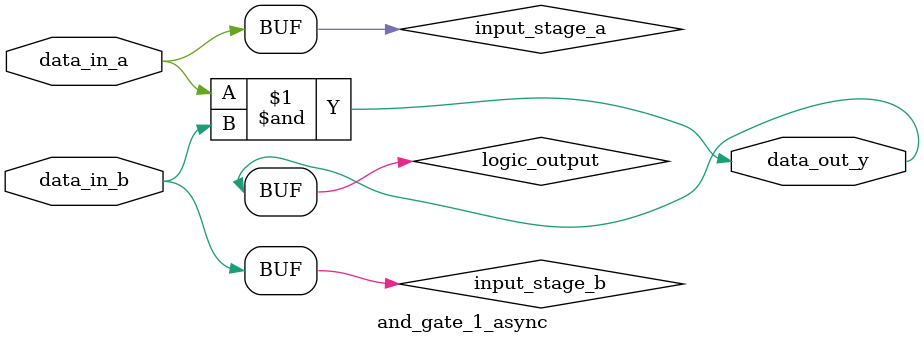
<source format=sv>
module and_gate_1_async (
    input  wire data_in_a,    // 输入数据A
    input  wire data_in_b,    // 输入数据B
    output wire data_out_y    // 输出结果Y
);
    // 内部信号定义，用于提高数据流清晰度
    wire input_stage_a;
    wire input_stage_b;
    wire logic_output;
    
    // 输入数据缓冲阶段
    assign input_stage_a = data_in_a;
    assign input_stage_b = data_in_b;
    
    // 核心逻辑计算阶段
    assign logic_output = input_stage_a & input_stage_b;
    
    // 输出驱动阶段
    assign data_out_y = logic_output;
    
endmodule
</source>
